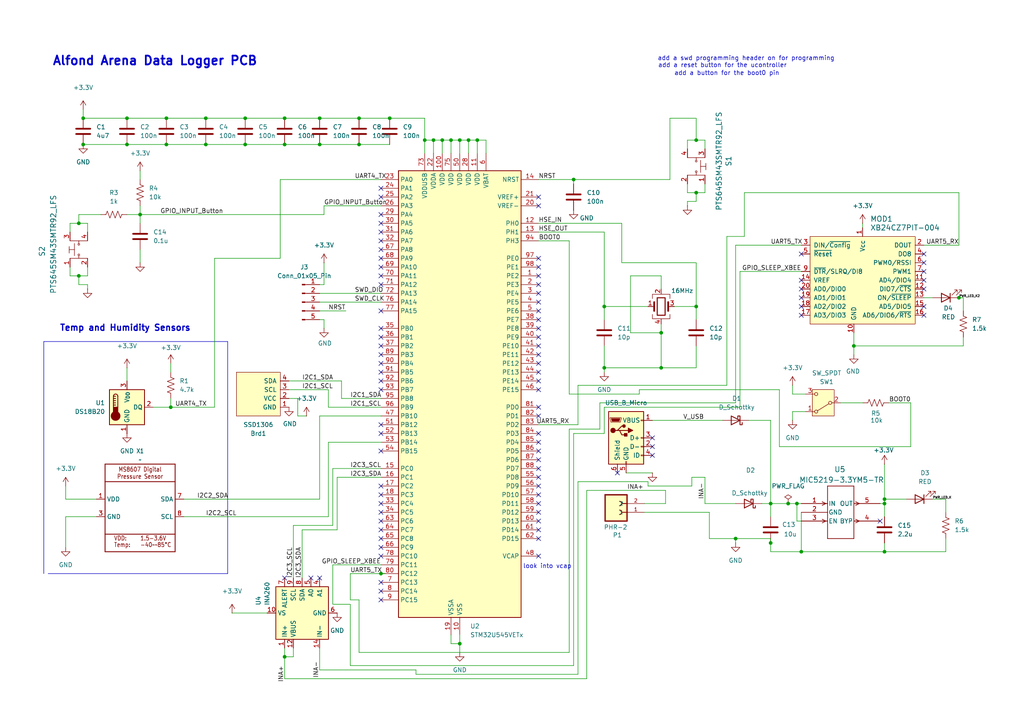
<source format=kicad_sch>
(kicad_sch (version 20231120) (generator "eeschema") (generator_version "8.0")
  (paper "A4")
  (title_block (title "Alfond Arena Data Logger PCB") (date "2024-10-06") (rev "0.1"))
  (lib_symbols
    (symbol "2024-11-27_18-10-07:MIC5219-3.3YM5-TR" (pin_names (offset 0.254))
      (property "Reference" "U5" (at 27.94 10.16 0))
      (property "Value" "MIC5219-3.3YM5-TR" (at 27.94 7.62 0))
      (symbol "MIC5219-3.3YM5-TR_0_1"
        (pin input line (at 0 0 0) (length 7.62) (name "IN") (number "1"))
        (pin power_in line (at 0 -2.54 0) (length 7.62) (name "GND") (number "2"))
        (pin input line (at 0 -5.08 0) (length 7.62) (name "EN") (number "3"))
        (pin output line (at 22.86 -5.08 180) (length 7.62) (name "BYP") (number "4"))
        (pin output line (at 22.86 0 180) (length 7.62) (name "OUT") (number "5"))
      )
    )
    (symbol "Adafruit MS8607-eagle-import:MS8607"
      (property "Reference" "X" (at -10.16 13.97 0))
      (symbol "MS8607_1_0"
        (text "-40~~85°C" (at 0 -11.43 0) (effects (font (size 1.27 1.0795)) (justify left bottom)))
        (text "1.5-3.6V" (at 0 -9.525 0) (effects (font (size 1.27 1.0795)) (justify left bottom)))
        (text "MS8607 Digital\nPressure Sensor" (at 0 10.16 0) (effects (font (size 1.27 1.0795))))
        (text "Temp:" (at -7.62 -11.43 0) (effects (font (size 1.27 1.0795)) (justify left bottom)))
        (text "VDD:" (at -7.62 -9.525 0) (effects (font (size 1.27 1.0795)) (justify left bottom)))
        (pin power_in line (at -12.7 2.54 0) (length 2.54) (name "VDD") (number "1"))
        (pin power_in line (at -12.7 -2.54 0) (length 2.54) (name "GND") (number "3"))
        (pin bidirectional line (at 12.7 2.54 180) (length 2.54) (name "SDA") (number "7"))
        (pin bidirectional line (at 12.7 -2.54 180) (length 2.54) (name "SCL") (number "8"))
      )
    )
    (symbol "Connector:Conn_01x05_Pin" (pin_names (offset 1.016) hide)
      (property "Reference" "J" (at 0 7.62 0))
      (property "Value" "Conn_01x05_Pin" (at 0 -7.62 0))
      (symbol "Conn_01x05_Pin_1_1"
        (pin passive line (at 5.08 5.08 180) (length 3.81) (name "Pin_1") (number "1"))
        (pin passive line (at 5.08 2.54 180) (length 3.81) (name "Pin_2") (number "2"))
        (pin passive line (at 5.08 0 180) (length 3.81) (name "Pin_3") (number "3"))
        (pin passive line (at 5.08 -2.54 180) (length 3.81) (name "Pin_4") (number "4"))
        (pin passive line (at 5.08 -5.08 180) (length 3.81) (name "Pin_5") (number "5"))
      )
    )
    (symbol "Connector:USB_B_Micro" (pin_names (offset 1.016))
      (property "Reference" "J" (at -5.08 11.43 0))
      (property "Value" "USB_B_Micro" (at -5.08 8.89 0))
      (symbol "USB_B_Micro_1_1"
        (pin power_out line (at 7.62 5.08 180) (length 2.54) (name "VBUS") (number "1"))
        (pin bidirectional line (at 7.62 -2.54 180) (length 2.54) (name "D-") (number "2"))
        (pin bidirectional line (at 7.62 0 180) (length 2.54) (name "D+") (number "3"))
        (pin passive line (at 7.62 -5.08 180) (length 2.54) (name "ID") (number "4"))
        (pin power_out line (at 0 -10.16 90) (length 2.54) (name "GND") (number "5"))
        (pin passive line (at -2.54 -10.16 90) (length 2.54) (name "Shield") (number "6"))
      )
    )
    (symbol "Device:C" (pin_numbers hide) (pin_names (offset 0.254))
      (property "Reference" "C" (at 0.635 2.54 0))
      (property "Value" "C" (at 0.635 -2.54 0))
      (symbol "C_1_1"
        (pin passive line (at 0 3.81 270) (length 2.794) (name "~") (number "1"))
        (pin passive line (at 0 -3.81 90) (length 2.794) (name "~") (number "2"))
      )
    )
    (symbol "Device:Crystal_GND24" (pin_names (offset 1.016) hide)
      (property "Reference" "Y" (at 3.175 5.08 0))
      (property "Value" "Crystal_GND24" (at 3.175 3.175 0))
      (symbol "Crystal_GND24_1_1"
        (pin passive line (at -3.81 0 0) (length 1.27) (name "1") (number "1"))
        (pin passive line (at 0 5.08 270) (length 1.27) (name "2") (number "2"))
        (pin passive line (at 3.81 0 180) (length 1.27) (name "3") (number "3"))
        (pin passive line (at 0 -5.08 90) (length 1.27) (name "4") (number "4"))
      )
    )
    (symbol "Device:D_Schottky" (pin_numbers hide) (pin_names (offset 1.016) hide)
      (property "Reference" "D" (at 0 2.54 0))
      (property "Value" "D_Schottky" (at 0 -2.54 0))
      (symbol "D_Schottky_1_1"
        (pin passive line (at -3.81 0 0) (length 2.54) (name "K") (number "1"))
        (pin passive line (at 3.81 0 180) (length 2.54) (name "A") (number "2"))
      )
    )
    (symbol "Device:LED" (pin_numbers hide) (pin_names (offset 1.016) hide)
      (property "Reference" "D" (at 0 2.54 0))
      (property "Value" "LED" (at 0 -2.54 0))
      (symbol "LED_1_1"
        (pin passive line (at -3.81 0 0) (length 2.54) (name "K") (number "1"))
        (pin passive line (at 3.81 0 180) (length 2.54) (name "A") (number "2"))
      )
    )
    (symbol "Device:R_US" (pin_numbers hide) (pin_names (offset 0))
      (property "Reference" "R" (at 2.54 0 90))
      (property "Value" "R_US" (at -2.54 0 90))
      (symbol "R_US_1_1"
        (pin passive line (at 0 3.81 270) (length 1.27) (name "~") (number "1"))
        (pin passive line (at 0 -3.81 90) (length 1.27) (name "~") (number "2"))
      )
    )
    (symbol "MCU_ST_STM32U5:STM32U545VETx"
      (property "Reference" "U" (at -17.78 67.31 0))
      (property "Value" "STM32U545VETx" (at 12.7 67.31 0))
      (symbol "STM32U545VETx_1_1"
        (pin bidirectional line (at -22.86 35.56 0) (length 5.08) (name "PE2") (number "1"))
        (pin power_in line (at 0 -68.58 90) (length 5.08) (name "VSS") (number "10"))
        (pin power_in line (at 5.08 71.12 270) (length 5.08) (name "VDD") (number "100"))
        (pin power_in line (at -5.08 71.12 270) (length 5.08) (name "VDD") (number "11"))
        (pin bidirectional line (at -22.86 50.8 0) (length 5.08) (name "PH0") (number "12"))
        (pin bidirectional line (at -22.86 48.26 0) (length 5.08) (name "PH1") (number "13"))
        (pin input line (at -22.86 63.5 0) (length 5.08) (name "NRST") (number "14"))
        (pin bidirectional line (at 22.86 -20.32 180) (length 5.08) (name "PC0") (number "15"))
        (pin bidirectional line (at 22.86 -22.86 180) (length 5.08) (name "PC1") (number "16"))
        (pin bidirectional line (at 22.86 -25.4 180) (length 5.08) (name "PC2") (number "17"))
        (pin bidirectional line (at 22.86 -27.94 180) (length 5.08) (name "PC3") (number "18"))
        (pin power_in line (at 2.54 -68.58 90) (length 5.08) (name "VSSA") (number "19"))
        (pin bidirectional line (at -22.86 33.02 0) (length 5.08) (name "PE3") (number "2"))
        (pin input line (at -22.86 55.88 0) (length 5.08) (name "VREF-") (number "20"))
        (pin input line (at -22.86 58.42 0) (length 5.08) (name "VREF+") (number "21"))
        (pin power_in line (at 7.62 71.12 270) (length 5.08) (name "VDDA") (number "22"))
        (pin bidirectional line (at 22.86 63.5 180) (length 5.08) (name "PA0") (number "23"))
        (pin bidirectional line (at 22.86 60.96 180) (length 5.08) (name "PA1") (number "24"))
        (pin bidirectional line (at 22.86 58.42 180) (length 5.08) (name "PA2") (number "25"))
        (pin bidirectional line (at 22.86 55.88 180) (length 5.08) (name "PA3") (number "26"))
        (pin passive line (at 0 -68.58 90) (length 5.08) hide (name "VSS") (number "27"))
        (pin power_in line (at -2.54 71.12 270) (length 5.08) (name "VDD") (number "28"))
        (pin bidirectional line (at 22.86 53.34 180) (length 5.08) (name "PA4") (number "29"))
        (pin bidirectional line (at -22.86 30.48 0) (length 5.08) (name "PE4") (number "3"))
        (pin bidirectional line (at 22.86 50.8 180) (length 5.08) (name "PA5") (number "30"))
        (pin bidirectional line (at 22.86 48.26 180) (length 5.08) (name "PA6") (number "31"))
        (pin bidirectional line (at 22.86 45.72 180) (length 5.08) (name "PA7") (number "32"))
        (pin bidirectional line (at 22.86 -30.48 180) (length 5.08) (name "PC4") (number "33"))
        (pin bidirectional line (at 22.86 -33.02 180) (length 5.08) (name "PC5") (number "34"))
        (pin bidirectional line (at 22.86 20.32 180) (length 5.08) (name "PB0") (number "35"))
        (pin bidirectional line (at 22.86 17.78 180) (length 5.08) (name "PB1") (number "36"))
        (pin bidirectional line (at 22.86 15.24 180) (length 5.08) (name "PB2") (number "37"))
        (pin bidirectional line (at -22.86 22.86 0) (length 5.08) (name "PE7") (number "38"))
        (pin bidirectional line (at -22.86 20.32 0) (length 5.08) (name "PE8") (number "39"))
        (pin bidirectional line (at -22.86 27.94 0) (length 5.08) (name "PE5") (number "4"))
        (pin bidirectional line (at -22.86 17.78 0) (length 5.08) (name "PE9") (number "40"))
        (pin bidirectional line (at -22.86 15.24 0) (length 5.08) (name "PE10") (number "41"))
        (pin bidirectional line (at -22.86 12.7 0) (length 5.08) (name "PE11") (number "42"))
        (pin bidirectional line (at -22.86 10.16 0) (length 5.08) (name "PE12") (number "43"))
        (pin bidirectional line (at -22.86 7.62 0) (length 5.08) (name "PE13") (number "44"))
        (pin bidirectional line (at -22.86 5.08 0) (length 5.08) (name "PE14") (number "45"))
        (pin bidirectional line (at -22.86 2.54 0) (length 5.08) (name "PE15") (number "46"))
        (pin bidirectional line (at 22.86 -5.08 180) (length 5.08) (name "PB10") (number "47"))
        (pin power_out line (at -22.86 -45.72 0) (length 5.08) (name "VCAP") (number "48"))
        (pin passive line (at 0 -68.58 90) (length 5.08) hide (name "VSS") (number "49"))
        (pin bidirectional line (at -22.86 25.4 0) (length 5.08) (name "PE6") (number "5"))
        (pin power_in line (at 0 71.12 270) (length 5.08) (name "VDD") (number "50"))
        (pin bidirectional line (at 22.86 -7.62 180) (length 5.08) (name "PB12") (number "51"))
        (pin bidirectional line (at 22.86 -10.16 180) (length 5.08) (name "PB13") (number "52"))
        (pin bidirectional line (at 22.86 -12.7 180) (length 5.08) (name "PB14") (number "53"))
        (pin bidirectional line (at 22.86 -15.24 180) (length 5.08) (name "PB15") (number "54"))
        (pin bidirectional line (at -22.86 -22.86 0) (length 5.08) (name "PD8") (number "55"))
        (pin bidirectional line (at -22.86 -25.4 0) (length 5.08) (name "PD9") (number "56"))
        (pin bidirectional line (at -22.86 -27.94 0) (length 5.08) (name "PD10") (number "57"))
        (pin bidirectional line (at -22.86 -30.48 0) (length 5.08) (name "PD11") (number "58"))
        (pin bidirectional line (at -22.86 -33.02 0) (length 5.08) (name "PD12") (number "59"))
        (pin power_in line (at -7.62 71.12 270) (length 5.08) (name "VBAT") (number "6"))
        (pin bidirectional line (at -22.86 -35.56 0) (length 5.08) (name "PD13") (number "60"))
        (pin bidirectional line (at -22.86 -38.1 0) (length 5.08) (name "PD14") (number "61"))
        (pin bidirectional line (at -22.86 -40.64 0) (length 5.08) (name "PD15") (number "62"))
        (pin bidirectional line (at 22.86 -35.56 180) (length 5.08) (name "PC6") (number "63"))
        (pin bidirectional line (at 22.86 -38.1 180) (length 5.08) (name "PC7") (number "64"))
        (pin bidirectional line (at 22.86 -40.64 180) (length 5.08) (name "PC8") (number "65"))
        (pin bidirectional line (at 22.86 -43.18 180) (length 5.08) (name "PC9") (number "66"))
        (pin bidirectional line (at 22.86 43.18 180) (length 5.08) (name "PA8") (number "67"))
        (pin bidirectional line (at 22.86 40.64 180) (length 5.08) (name "PA9") (number "68"))
        (pin bidirectional line (at 22.86 38.1 180) (length 5.08) (name "PA10") (number "69"))
        (pin bidirectional line (at 22.86 -53.34 180) (length 5.08) (name "PC13") (number "7"))
        (pin bidirectional line (at 22.86 35.56 180) (length 5.08) (name "PA11") (number "70"))
        (pin bidirectional line (at 22.86 33.02 180) (length 5.08) (name "PA12") (number "71"))
        (pin bidirectional line (at 22.86 30.48 180) (length 5.08) (name "PA13") (number "72"))
        (pin power_in line (at 10.16 71.12 270) (length 5.08) (name "VDDUSB") (number "73"))
        (pin passive line (at 0 -68.58 90) (length 5.08) hide (name "VSS") (number "74"))
        (pin power_in line (at 2.54 71.12 270) (length 5.08) (name "VDD") (number "75"))
        (pin bidirectional line (at 22.86 27.94 180) (length 5.08) (name "PA14") (number "76"))
        (pin bidirectional line (at 22.86 25.4 180) (length 5.08) (name "PA15") (number "77"))
        (pin bidirectional line (at 22.86 -45.72 180) (length 5.08) (name "PC10") (number "78"))
        (pin bidirectional line (at 22.86 -48.26 180) (length 5.08) (name "PC11") (number "79"))
        (pin bidirectional line (at 22.86 -55.88 180) (length 5.08) (name "PC14") (number "8"))
        (pin bidirectional line (at 22.86 -50.8 180) (length 5.08) (name "PC12") (number "80"))
        (pin bidirectional line (at -22.86 -2.54 0) (length 5.08) (name "PD0") (number "81"))
        (pin bidirectional line (at -22.86 -5.08 0) (length 5.08) (name "PD1") (number "82"))
        (pin bidirectional line (at -22.86 -7.62 0) (length 5.08) (name "PD2") (number "83"))
        (pin bidirectional line (at -22.86 -10.16 0) (length 5.08) (name "PD3") (number "84"))
        (pin bidirectional line (at -22.86 -12.7 0) (length 5.08) (name "PD4") (number "85"))
        (pin bidirectional line (at -22.86 -15.24 0) (length 5.08) (name "PD5") (number "86"))
        (pin bidirectional line (at -22.86 -17.78 0) (length 5.08) (name "PD6") (number "87"))
        (pin bidirectional line (at -22.86 -20.32 0) (length 5.08) (name "PD7") (number "88"))
        (pin bidirectional line (at 22.86 12.7 180) (length 5.08) (name "PB3") (number "89"))
        (pin bidirectional line (at 22.86 -58.42 180) (length 5.08) (name "PC15") (number "9"))
        (pin bidirectional line (at 22.86 10.16 180) (length 5.08) (name "PB4") (number "90"))
        (pin bidirectional line (at 22.86 7.62 180) (length 5.08) (name "PB5") (number "91"))
        (pin bidirectional line (at 22.86 5.08 180) (length 5.08) (name "PB6") (number "92"))
        (pin bidirectional line (at 22.86 2.54 180) (length 5.08) (name "PB7") (number "93"))
        (pin bidirectional line (at -22.86 45.72 0) (length 5.08) (name "PH3") (number "94"))
        (pin bidirectional line (at 22.86 0 180) (length 5.08) (name "PB8") (number "95"))
        (pin bidirectional line (at 22.86 -2.54 180) (length 5.08) (name "PB9") (number "96"))
        (pin bidirectional line (at -22.86 40.64 0) (length 5.08) (name "PE0") (number "97"))
        (pin bidirectional line (at -22.86 38.1 0) (length 5.08) (name "PE1") (number "98"))
        (pin passive line (at 0 -68.58 90) (length 5.08) hide (name "VSS") (number "99"))
      )
    )
    (symbol "PHR-2:PHR-2" (pin_names (offset 1.016))
      (property "Reference" "P" (at -4.068 4.4494 0))
      (property "Value" "PHR-2" (at -4.0694 -5.0867 0))
      (symbol "PHR-2_0_0"
        (pin passive line (at -9.144 1.27 0) (length 5.08) (name "1") (number "1"))
        (pin passive line (at -9.144 -1.27 0) (length 5.08) (name "2") (number "2"))
      )
    )
    (symbol "SSD1306-128x64_OLED:SSD1306" (pin_names (offset 1.016))
      (property "Reference" "Brd" (at 0 -3.81 0))
      (property "Value" "SSD1306" (at 0 -1.27 0))
      (symbol "SSD1306_1_1"
        (pin input line (at -3.81 8.89 270) (length 2.54) (name "GND") (number "1"))
        (pin input line (at -1.27 8.89 270) (length 2.54) (name "VCC") (number "2"))
        (pin input line (at 1.27 8.89 270) (length 2.54) (name "SCL") (number "3"))
        (pin input line (at 3.81 8.89 270) (length 2.54) (name "SDA") (number "4"))
      )
    )
    (symbol "Sensor:INA260"
      (property "Reference" "U" (at -6.35 8.89 0))
      (property "Value" "INA260" (at 2.54 8.89 0))
      (symbol "INA260_1_1"
        (pin passive line (at -10.16 5.08 0) (length 2.54) (name "IN+") (number "1"))
        (pin power_in line (at 0 10.16 270) (length 2.54) (name "VS") (number "10"))
        (pin passive line (at 0 -10.16 90) (length 2.54) hide (name "GND") (number "11"))
        (pin passive line (at -10.16 2.54 0) (length 2.54) (name "VBUS") (number "12"))
        (pin no_connect line (at 2.54 -7.62 90) (length 2.54) hide (name "NC") (number "13"))
        (pin passive line (at -10.16 -5.08 0) (length 2.54) (name "IN-") (number "14"))
        (pin passive line (at -10.16 -5.08 0) (length 2.54) hide (name "IN-") (number "15"))
        (pin passive line (at -10.16 -5.08 0) (length 2.54) hide (name "IN-") (number "16"))
        (pin passive line (at -10.16 5.08 0) (length 2.54) hide (name "IN+") (number "2"))
        (pin passive line (at -10.16 5.08 0) (length 2.54) hide (name "IN+") (number "3"))
        (pin input line (at 10.16 -5.08 180) (length 2.54) (name "A1") (number "4"))
        (pin input line (at 10.16 -2.54 180) (length 2.54) (name "A0") (number "5"))
        (pin power_in line (at 0 -10.16 90) (length 2.54) (name "GND") (number "6"))
        (pin open_collector line (at 10.16 5.08 180) (length 2.54) (name "ALERT") (number "7"))
        (pin bidirectional line (at 10.16 0 180) (length 2.54) (name "SDA") (number "8"))
        (pin input line (at 10.16 2.54 180) (length 2.54) (name "SCL") (number "9"))
      )
    )
    (symbol "Sensor_Temperature:DS18B20"
      (property "Reference" "U" (at -3.81 6.35 0))
      (property "Value" "DS18B20" (at 6.35 6.35 0))
      (symbol "DS18B20_1_1"
        (pin power_in line (at 0 -7.62 90) (length 2.54) (name "GND") (number "1"))
        (pin bidirectional line (at 7.62 0 180) (length 2.54) (name "DQ") (number "2"))
        (pin power_in line (at 0 7.62 270) (length 2.54) (name "V_{DD}") (number "3"))
      )
    )
    (symbol "Switch:SW_SPDT" (pin_names (offset 0) hide)
      (property "Reference" "SW" (at 0 5.08 0))
      (property "Value" "SW_SPDT" (at 0 -5.08 0))
      (symbol "SW_SPDT_1_1"
        (pin passive line (at 5.08 2.54 180) (length 2.54) (name "A") (number "1"))
        (pin passive line (at -5.08 0 0) (length 2.54) (name "B") (number "2"))
        (pin passive line (at 5.08 -2.54 180) (length 2.54) (name "C") (number "3"))
      )
    )
    (symbol "dk_RF-Transceiver-Modules:XB24CZ7PIT-004" (pin_names (offset 1.016))
      (property "Reference" "MOD" (at -17.9578 18.6944 0))
      (property "Value" "XB24CZ7PIT-004" (at -2.0828 -8.9408 0))
      (symbol "XB24CZ7PIT-004_1_1"
        (pin power_in line (at -2.54 20.32 270) (length 2.54) (name "Vcc") (number "1"))
        (pin power_in line (at -5.08 -10.16 90) (length 2.54) (name "GND") (number "10"))
        (pin bidirectional line (at 15.24 5.08 180) (length 2.54) (name "AD4/DIO4") (number "11"))
        (pin bidirectional line (at 15.24 2.54 180) (length 2.54) (name "DIO7/~{CTS}") (number "12"))
        (pin output line (at 15.24 0 180) (length 2.54) (name "ON/~{SLEEP}") (number "13"))
        (pin input line (at -20.32 5.08 0) (length 2.54) (name "VREF") (number "14"))
        (pin bidirectional line (at 15.24 -2.54 180) (length 2.54) (name "AD5/DIO5") (number "15"))
        (pin bidirectional line (at 15.24 -5.08 180) (length 2.54) (name "AD6/DIO6/~{RTS}") (number "16"))
        (pin bidirectional line (at -20.32 -5.08 0) (length 2.54) (name "AD3/DIO3") (number "17"))
        (pin bidirectional line (at -20.32 -2.54 0) (length 2.54) (name "AD2/DIO2") (number "18"))
        (pin bidirectional line (at -20.32 0 0) (length 2.54) (name "AD1/DIO1") (number "19"))
        (pin output line (at 15.24 15.24 180) (length 2.54) (name "DOUT") (number "2"))
        (pin bidirectional line (at -20.32 2.54 0) (length 2.54) (name "AD0/DIO0") (number "20"))
        (pin input line (at -20.32 15.24 0) (length 2.54) (name "DIN/~{Config}") (number "3"))
        (pin output line (at 15.24 12.7 180) (length 2.54) (name "DO8") (number "4"))
        (pin input line (at -20.32 12.7 0) (length 2.54) (name "~{Reset}") (number "5"))
        (pin output line (at 15.24 10.16 180) (length 2.54) (name "PWM0/RSSI") (number "6"))
        (pin output line (at 15.24 7.62 180) (length 2.54) (name "PWM1") (number "7"))
        (pin no_connect line (at -17.78 10.16 0) (length 2.54) hide (name "Reserved") (number "8"))
        (pin input line (at -20.32 7.62 0) (length 2.54) (name "~{DTR}/SLRQ/DI8") (number "9"))
      )
    )
    (symbol "dk_Tactile-Switches:PTS645SM43SMTR92_LFS" (pin_names (offset 1.016))
      (property "Reference" "S" (at 0 5.08 0))
      (property "Value" "PTS645SM43SMTR92_LFS" (at 0 -5.334 0))
      (symbol "PTS645SM43SMTR92_LFS_1_1"
        (pin passive line (at -5.08 2.54 0) (length 2.54) (name "~") (number "1"))
        (pin passive line (at -5.08 -2.54 0) (length 2.54) (name "~") (number "2"))
        (pin passive line (at 5.08 2.54 180) (length 2.54) (name "~") (number "3"))
        (pin passive line (at 5.08 -2.54 180) (length 2.54) (name "~") (number "4"))
      )
    )
    (symbol "power:+3.3V" (power) (pin_numbers hide) (pin_names (offset 0) hide)
      (property "Value" "+3.3V" (at 0 3.556 0))
      (symbol "+3.3V_1_1"
        (pin power_in line (at 0 0 90) (length 0) (name "~") (number "1"))
      )
    )
    (symbol "power:+3.3VA" (power) (pin_numbers hide) (pin_names (offset 0) hide)
      (property "Value" "+3.3VA" (at 0 3.556 0))
      (symbol "+3.3VA_1_1"
        (pin power_in line (at 0 0 90) (length 0) (name "~") (number "1"))
      )
    )
    (symbol "power:GND" (power) (pin_numbers hide) (pin_names (offset 0) hide)
      (property "Value" "GND" (at 0 -3.81 0))
      (symbol "GND_1_1"
        (pin power_in line (at 0 0 270) (length 0) (name "~") (number "1"))
      )
    )
    (symbol "power:PWR_FLAG" (power) (pin_numbers hide) (pin_names (offset 0) hide)
      (property "Value" "PWR_FLAG" (at 0 3.81 0))
      (symbol "PWR_FLAG_0_0"
        (pin power_out line (at 0 0 90) (length 0) (name "~") (number "1"))
      )
    )
  )
  (junction (at 232.41 160.02))
  (junction (at 125.73 40.64))
  (junction (at 133.35 40.64))
  (junction (at 71.12 41.91))
  (junction (at 133.35 186.69))
  (junction (at 256.54 146.05))
  (junction (at 256.54 160.02))
  (junction (at 228.6 146.05))
  (junction (at 104.14 41.91))
  (junction (at 166.37 52.07))
  (junction (at 278.13 86.36))
  (junction (at 231.14 146.05))
  (junction (at 256.54 144.78))
  (junction (at 201.93 40.64))
  (junction (at 135.89 40.64))
  (junction (at 71.12 34.29))
  (junction (at 82.55 41.91))
  (junction (at 175.26 88.9))
  (junction (at 201.93 88.9))
  (junction (at 24.13 41.91))
  (junction (at 48.26 34.29))
  (junction (at 223.52 157.48))
  (junction (at 49.53 118.11))
  (junction (at 82.55 34.29))
  (junction (at 92.71 41.91))
  (junction (at 247.65 100.33))
  (junction (at 40.64 62.23))
  (junction (at 175.26 106.68))
  (junction (at 191.77 106.68))
  (junction (at 213.36 156.21))
  (junction (at 201.93 55.88))
  (junction (at 82.55 190.5))
  (junction (at 223.52 146.05))
  (junction (at 59.69 34.29))
  (junction (at 138.43 40.64))
  (junction (at 22.86 64.77))
  (junction (at 92.71 34.29))
  (junction (at 59.69 41.91))
  (junction (at 36.83 34.29))
  (junction (at 113.03 34.29))
  (junction (at 36.83 41.91))
  (junction (at 48.26 41.91))
  (junction (at 22.86 80.01))
  (junction (at 191.77 96.52))
  (junction (at 128.27 40.64))
  (junction (at 130.81 40.64))
  (junction (at 24.13 34.29))
  (junction (at 104.14 34.29))
  (junction (at 110.49 166.37))
  (junction (at 123.19 40.64))
  (no_connect (at 189.23 127))
  (no_connect (at 156.21 138.43))
  (no_connect (at 156.21 120.65))
  (no_connect (at 110.49 125.73))
  (no_connect (at 156.21 135.89))
  (no_connect (at 179.07 137.16))
  (no_connect (at 156.21 102.87))
  (no_connect (at 110.49 158.75))
  (no_connect (at 110.49 173.99))
  (no_connect (at 156.21 59.69))
  (no_connect (at 267.97 88.9))
  (no_connect (at 110.49 130.81))
  (no_connect (at 156.21 128.27))
  (no_connect (at 110.49 69.85))
  (no_connect (at 189.23 129.54))
  (no_connect (at 267.97 78.74))
  (no_connect (at 156.21 107.95))
  (no_connect (at 156.21 100.33))
  (no_connect (at 267.97 91.44))
  (no_connect (at 110.49 107.95))
  (no_connect (at 90.17 167.64))
  (no_connect (at 156.21 82.55))
  (no_connect (at 232.41 91.44))
  (no_connect (at 110.49 148.59))
  (no_connect (at 110.49 153.67))
  (no_connect (at 110.49 80.01))
  (no_connect (at 255.27 151.13))
  (no_connect (at 156.21 161.29))
  (no_connect (at 110.49 57.15))
  (no_connect (at 267.97 83.82))
  (no_connect (at 156.21 92.71))
  (no_connect (at 156.21 97.79))
  (no_connect (at 156.21 140.97))
  (no_connect (at 110.49 95.25))
  (no_connect (at 232.41 73.66))
  (no_connect (at 267.97 76.2))
  (no_connect (at 156.21 74.93))
  (no_connect (at 110.49 171.45))
  (no_connect (at 110.49 90.17))
  (no_connect (at 156.21 87.63))
  (no_connect (at 156.21 118.11))
  (no_connect (at 189.23 132.08))
  (no_connect (at 156.21 146.05))
  (no_connect (at 110.49 123.19))
  (no_connect (at 110.49 110.49))
  (no_connect (at 156.21 133.35))
  (no_connect (at 110.49 77.47))
  (no_connect (at 232.41 81.28))
  (no_connect (at 110.49 161.29))
  (no_connect (at 232.41 88.9))
  (no_connect (at 110.49 62.23))
  (no_connect (at 156.21 148.59))
  (no_connect (at 156.21 151.13))
  (no_connect (at 156.21 85.09))
  (no_connect (at 110.49 143.51))
  (no_connect (at 156.21 113.03))
  (no_connect (at 110.49 72.39))
  (no_connect (at 156.21 125.73))
  (no_connect (at 156.21 153.67))
  (no_connect (at 110.49 105.41))
  (no_connect (at 156.21 143.51))
  (no_connect (at 110.49 168.91))
  (no_connect (at 156.21 156.21))
  (no_connect (at 110.49 102.87))
  (no_connect (at 156.21 110.49))
  (no_connect (at 110.49 151.13))
  (no_connect (at 110.49 82.55))
  (no_connect (at 110.49 97.79))
  (no_connect (at 156.21 95.25))
  (no_connect (at 156.21 130.81))
  (no_connect (at 156.21 57.15))
  (no_connect (at 110.49 64.77))
  (no_connect (at 110.49 74.93))
  (no_connect (at 110.49 146.05))
  (no_connect (at 232.41 83.82))
  (no_connect (at 110.49 113.03))
  (no_connect (at 267.97 73.66))
  (no_connect (at 156.21 77.47))
  (no_connect (at 156.21 90.17))
  (no_connect (at 110.49 54.61))
  (no_connect (at 110.49 100.33))
  (no_connect (at 82.55 167.64))
  (no_connect (at 110.49 156.21))
  (no_connect (at 156.21 105.41))
  (no_connect (at 110.49 67.31))
  (no_connect (at 92.71 167.64))
  (no_connect (at 110.49 140.97))
  (no_connect (at 232.41 86.36))
  (no_connect (at 267.97 81.28))
  (no_connect (at 156.21 80.01))
  (wire (pts (xy 170.18 142.24) (xy 193.04 142.24)))
  (wire (pts (xy 220.98 146.05) (xy 223.52 146.05)))
  (wire (pts (xy 140.97 40.64) (xy 140.97 44.45)))
  (wire (pts (xy 156.21 69.85) (xy 165.1 69.85)))
  (wire (pts (xy 156.21 123.19) (xy 167.64 123.19)))
  (wire (pts (xy 279.4 97.79) (xy 279.4 100.33)))
  (wire (pts (xy 201.93 88.9) (xy 201.93 92.71)))
  (wire (pts (xy 215.9 68.58) (xy 210.82 68.58)))
  (wire (pts (xy 86.36 120.65) (xy 88.9 120.65)))
  (wire (pts (xy 204.47 138.43) (xy 204.47 146.05)))
  (wire (pts (xy 228.6 146.05) (xy 231.14 146.05)))
  (wire (pts (xy 187.96 140.97) (xy 200.66 140.97)))
  (wire (pts (xy 85.09 187.96) (xy 85.09 190.5)))
  (wire (pts (xy 125.73 40.64) (xy 125.73 44.45)))
  (wire (pts (xy 213.36 156.21) (xy 213.36 157.48)))
  (wire (pts (xy 120.65 194.31) (xy 120.65 195.58)))
  (wire (pts (xy 175.26 67.31) (xy 156.21 67.31)))
  (wire (pts (xy 175.26 107.95) (xy 175.26 106.68)))
  (wire (pts (xy 201.93 55.88) (xy 201.93 58.42)))
  (wire (pts (xy 156.21 64.77) (xy 180.34 64.77)))
  (wire (pts (xy 195.58 88.9) (xy 201.93 88.9)))
  (wire (pts (xy 133.35 186.69) (xy 130.81 186.69)))
  (wire (pts (xy 44.45 118.11) (xy 49.53 118.11)))
  (wire (pts (xy 204.47 43.18) (xy 204.47 40.64)))
  (wire (pts (xy 170.18 142.24) (xy 170.18 196.85)))
  (wire (pts (xy 22.86 64.77) (xy 22.86 62.23)))
  (wire (pts (xy 87.63 153.67) (xy 87.63 167.64)))
  (wire (pts (xy 217.17 121.92) (xy 223.52 121.92)))
  (wire (pts (xy 173.99 124.46) (xy 173.99 116.84)))
  (wire (pts (xy 22.86 80.01) (xy 22.86 82.55)))
  (wire (pts (xy 96.52 152.4) (xy 96.52 135.89)))
  (wire (pts (xy 22.86 82.55) (xy 25.4 82.55)))
  (wire (pts (xy 274.32 160.02) (xy 256.54 160.02)))
  (wire (pts (xy 128.27 40.64) (xy 128.27 44.45)))
  (wire (pts (xy 223.52 156.21) (xy 223.52 157.48)))
  (polyline (pts (xy 12.7 99.06) (xy 12.7 166.37)))
  (wire (pts (xy 204.47 53.34) (xy 204.47 55.88)))
  (wire (pts (xy 49.53 118.11) (xy 62.23 118.11)))
  (wire (pts (xy 92.71 34.29) (xy 104.14 34.29)))
  (wire (pts (xy 92.71 92.71) (xy 93.98 92.71)))
  (wire (pts (xy 36.83 41.91) (xy 48.26 41.91)))
  (wire (pts (xy 270.51 144.78) (xy 274.32 144.78)))
  (wire (pts (xy 182.88 80.01) (xy 182.88 96.52)))
  (wire (pts (xy 167.64 139.7) (xy 187.96 139.7)))
  (polyline (pts (xy 13.97 166.37) (xy 66.04 166.37)))
  (wire (pts (xy 186.944 146.05) (xy 193.04 146.05)))
  (wire (pts (xy 83.82 113.03) (xy 95.25 113.03)))
  (wire (pts (xy 92.71 194.31) (xy 120.65 194.31)))
  (wire (pts (xy 199.39 58.42) (xy 199.39 59.69)))
  (wire (pts (xy 166.37 193.04) (xy 166.37 125.73)))
  (wire (pts (xy 256.54 144.78) (xy 256.54 146.05)))
  (wire (pts (xy 156.21 52.07) (xy 166.37 52.07)))
  (wire (pts (xy 123.19 34.29) (xy 123.19 40.64)))
  (wire (pts (xy 256.54 146.05) (xy 256.54 149.86)))
  (wire (pts (xy 232.41 160.02) (xy 256.54 160.02)))
  (wire (pts (xy 36.83 62.23) (xy 40.64 62.23)))
  (wire (pts (xy 165.1 114.3) (xy 165.1 69.85)))
  (wire (pts (xy 97.79 153.67) (xy 97.79 138.43)))
  (wire (pts (xy 133.35 40.64) (xy 133.35 44.45)))
  (wire (pts (xy 175.26 88.9) (xy 187.96 88.9)))
  (wire (pts (xy 223.52 146.05) (xy 223.52 149.86)))
  (wire (pts (xy 95.25 118.11) (xy 110.49 118.11)))
  (wire (pts (xy 278.13 86.36) (xy 279.4 86.36)))
  (wire (pts (xy 214.63 78.74) (xy 214.63 118.11)))
  (wire (pts (xy 82.55 190.5) (xy 82.55 187.96)))
  (wire (pts (xy 256.54 134.62) (xy 256.54 144.78)))
  (wire (pts (xy 36.83 34.29) (xy 48.26 34.29)))
  (polyline (pts (xy 66.04 166.37) (xy 66.04 99.06)))
  (wire (pts (xy 201.93 34.29) (xy 201.93 40.64)))
  (wire (pts (xy 96.52 163.83) (xy 110.49 163.83)))
  (wire (pts (xy 92.71 144.78) (xy 92.71 120.65)))
  (wire (pts (xy 130.81 184.15) (xy 130.81 186.69)))
  (wire (pts (xy 92.71 82.55) (xy 93.98 82.55)))
  (wire (pts (xy 186.944 148.59) (xy 205.74 148.59)))
  (wire (pts (xy 173.99 116.84) (xy 213.36 116.84)))
  (wire (pts (xy 133.35 184.15) (xy 133.35 186.69)))
  (wire (pts (xy 62.23 74.93) (xy 81.28 74.93)))
  (wire (pts (xy 204.47 40.64) (xy 201.93 40.64)))
  (wire (pts (xy 191.77 96.52) (xy 191.77 106.68)))
  (wire (pts (xy 85.09 152.4) (xy 85.09 167.64)))
  (wire (pts (xy 25.4 80.01) (xy 22.86 80.01)))
  (wire (pts (xy 210.82 111.76) (xy 167.64 111.76)))
  (wire (pts (xy 165.1 189.23) (xy 165.1 124.46)))
  (wire (pts (xy 40.64 59.69) (xy 40.64 62.23)))
  (wire (pts (xy 279.4 100.33) (xy 247.65 100.33)))
  (wire (pts (xy 96.52 175.26) (xy 101.6 175.26)))
  (wire (pts (xy 270.51 86.36) (xy 267.97 86.36)))
  (wire (pts (xy 205.74 148.59) (xy 205.74 156.21)))
  (wire (pts (xy 130.81 40.64) (xy 128.27 40.64)))
  (wire (pts (xy 167.64 195.58) (xy 167.64 139.7)))
  (wire (pts (xy 243.84 116.84) (xy 250.19 116.84)))
  (wire (pts (xy 210.82 68.58) (xy 210.82 111.76)))
  (wire (pts (xy 71.12 41.91) (xy 82.55 41.91)))
  (wire (pts (xy 59.69 34.29) (xy 71.12 34.29)))
  (wire (pts (xy 22.86 62.23) (xy 29.21 62.23)))
  (wire (pts (xy 135.89 40.64) (xy 135.89 44.45)))
  (wire (pts (xy 82.55 41.91) (xy 92.71 41.91)))
  (wire (pts (xy 19.05 149.86) (xy 27.94 149.86)))
  (wire (pts (xy 92.71 41.91) (xy 104.14 41.91)))
  (wire (pts (xy 130.81 40.64) (xy 130.81 44.45)))
  (wire (pts (xy 182.88 96.52) (xy 191.77 96.52)))
  (wire (pts (xy 40.64 62.23) (xy 93.98 62.23)))
  (wire (pts (xy 48.26 41.91) (xy 59.69 41.91)))
  (wire (pts (xy 274.32 156.21) (xy 274.32 160.02)))
  (wire (pts (xy 67.31 177.8) (xy 77.47 177.8)))
  (wire (pts (xy 205.74 156.21) (xy 213.36 156.21)))
  (wire (pts (xy 19.05 144.78) (xy 27.94 144.78)))
  (wire (pts (xy 229.87 114.3) (xy 229.87 111.76)))
  (wire (pts (xy 104.14 173.99) (xy 104.14 189.23)))
  (wire (pts (xy 215.9 55.88) (xy 215.9 68.58)))
  (wire (pts (xy 20.32 67.31) (xy 20.32 64.77)))
  (wire (pts (xy 204.47 146.05) (xy 213.36 146.05)))
  (wire (pts (xy 214.63 78.74) (xy 232.41 78.74)))
  (wire (pts (xy 199.39 53.34) (xy 199.39 55.88)))
  (wire (pts (xy 175.26 125.73) (xy 175.26 118.11)))
  (wire (pts (xy 274.32 144.78) (xy 274.32 148.59)))
  (wire (pts (xy 101.6 166.37) (xy 101.6 173.99)))
  (wire (pts (xy 25.4 67.31) (xy 25.4 64.77)))
  (wire (pts (xy 213.36 116.84) (xy 213.36 71.12)))
  (wire (pts (xy 166.37 125.73) (xy 175.26 125.73)))
  (wire (pts (xy 175.26 67.31) (xy 175.26 88.9)))
  (wire (pts (xy 49.53 105.41) (xy 49.53 107.95)))
  (wire (pts (xy 48.26 34.29) (xy 59.69 34.29)))
  (wire (pts (xy 256.54 144.78) (xy 262.89 144.78)))
  (wire (pts (xy 92.71 194.31) (xy 92.71 187.96)))
  (polyline (pts (xy 12.7 99.06) (xy 66.04 99.06)))
  (wire (pts (xy 229.87 119.38) (xy 229.87 121.92)))
  (wire (pts (xy 92.71 85.09) (xy 110.49 85.09)))
  (wire (pts (xy 255.27 146.05) (xy 256.54 146.05)))
  (wire (pts (xy 96.52 163.83) (xy 96.52 175.26)))
  (wire (pts (xy 95.25 128.27) (xy 110.49 128.27)))
  (wire (pts (xy 166.37 52.07) (xy 194.31 52.07)))
  (wire (pts (xy 201.93 55.88) (xy 204.47 55.88)))
  (wire (pts (xy 194.31 52.07) (xy 194.31 34.29)))
  (wire (pts (xy 233.68 119.38) (xy 229.87 119.38)))
  (wire (pts (xy 175.26 88.9) (xy 175.26 92.71)))
  (wire (pts (xy 82.55 190.5) (xy 82.55 196.85)))
  (wire (pts (xy 53.34 149.86) (xy 95.25 149.86)))
  (wire (pts (xy 113.03 34.29) (xy 123.19 34.29)))
  (wire (pts (xy 278.13 86.36) (xy 275.59 86.36)))
  (wire (pts (xy 226.06 129.54) (xy 226.06 113.03)))
  (wire (pts (xy 138.43 40.64) (xy 135.89 40.64)))
  (wire (pts (xy 191.77 106.68) (xy 175.26 106.68)))
  (wire (pts (xy 24.13 41.91) (xy 36.83 41.91)))
  (wire (pts (xy 181.61 137.16) (xy 189.23 137.16)))
  (wire (pts (xy 278.13 71.12) (xy 278.13 55.88)))
  (wire (pts (xy 86.36 115.57) (xy 83.82 115.57)))
  (wire (pts (xy 201.93 100.33) (xy 201.93 106.68)))
  (wire (pts (xy 201.93 76.2) (xy 201.93 88.9)))
  (wire (pts (xy 231.14 146.05) (xy 231.14 151.13)))
  (wire (pts (xy 59.69 41.91) (xy 71.12 41.91)))
  (wire (pts (xy 194.31 34.29) (xy 201.93 34.29)))
  (wire (pts (xy 92.71 90.17) (xy 100.33 90.17)))
  (wire (pts (xy 193.04 142.24) (xy 193.04 146.05)))
  (wire (pts (xy 83.82 110.49) (xy 99.06 110.49)))
  (wire (pts (xy 82.55 34.29) (xy 92.71 34.29)))
  (wire (pts (xy 189.23 121.92) (xy 209.55 121.92)))
  (wire (pts (xy 123.19 40.64) (xy 123.19 44.45)))
  (wire (pts (xy 22.86 80.01) (xy 20.32 80.01)))
  (wire (pts (xy 250.19 64.77) (xy 250.19 66.04)))
  (wire (pts (xy 231.14 146.05) (xy 232.41 146.05)))
  (wire (pts (xy 104.14 41.91) (xy 113.03 41.91)))
  (wire (pts (xy 99.06 110.49) (xy 99.06 115.57)))
  (wire (pts (xy 133.35 40.64) (xy 130.81 40.64)))
  (wire (pts (xy 93.98 62.23) (xy 93.98 59.69)))
  (wire (pts (xy 264.16 129.54) (xy 226.06 129.54)))
  (wire (pts (xy 200.66 140.97) (xy 200.66 138.43)))
  (wire (pts (xy 165.1 124.46) (xy 173.99 124.46)))
  (wire (pts (xy 87.63 153.67) (xy 97.79 153.67)))
  (wire (pts (xy 101.6 166.37) (xy 110.49 166.37)))
  (wire (pts (xy 223.52 121.92) (xy 223.52 146.05)))
  (wire (pts (xy 101.6 173.99) (xy 104.14 173.99)))
  (wire (pts (xy 185.42 113.03) (xy 185.42 114.3)))
  (wire (pts (xy 175.26 118.11) (xy 214.63 118.11)))
  (wire (pts (xy 185.42 114.3) (xy 165.1 114.3)))
  (wire (pts (xy 125.73 40.64) (xy 123.19 40.64)))
  (wire (pts (xy 226.06 113.03) (xy 185.42 113.03)))
  (wire (pts (xy 95.25 128.27) (xy 95.25 149.86)))
  (wire (pts (xy 138.43 40.64) (xy 138.43 44.45)))
  (wire (pts (xy 53.34 144.78) (xy 92.71 144.78)))
  (wire (pts (xy 19.05 149.86) (xy 19.05 158.75)))
  (wire (pts (xy 120.65 195.58) (xy 167.64 195.58)))
  (wire (pts (xy 82.55 196.85) (xy 170.18 196.85)))
  (wire (pts (xy 93.98 59.69) (xy 110.49 59.69)))
  (wire (pts (xy 36.83 106.68) (xy 36.83 110.49)))
  (wire (pts (xy 232.41 148.59) (xy 232.41 160.02)))
  (wire (pts (xy 201.93 58.42) (xy 199.39 58.42)))
  (wire (pts (xy 167.64 111.76) (xy 167.64 123.19)))
  (wire (pts (xy 223.52 146.05) (xy 228.6 146.05)))
  (wire (pts (xy 93.98 76.2) (xy 93.98 82.55)))
  (wire (pts (xy 223.52 160.02) (xy 232.41 160.02)))
  (wire (pts (xy 40.64 49.53) (xy 40.64 52.07)))
  (wire (pts (xy 40.64 72.39) (xy 40.64 76.2)))
  (wire (pts (xy 81.28 52.07) (xy 110.49 52.07)))
  (wire (pts (xy 62.23 118.11) (xy 62.23 74.93)))
  (wire (pts (xy 135.89 40.64) (xy 133.35 40.64)))
  (wire (pts (xy 180.34 76.2) (xy 201.93 76.2)))
  (wire (pts (xy 92.71 120.65) (xy 110.49 120.65)))
  (wire (pts (xy 96.52 135.89) (xy 110.49 135.89)))
  (wire (pts (xy 93.98 92.71) (xy 93.98 95.25)))
  (wire (pts (xy 111.76 166.37) (xy 110.49 166.37)))
  (wire (pts (xy 24.13 34.29) (xy 36.83 34.29)))
  (wire (pts (xy 97.79 138.43) (xy 110.49 138.43)))
  (wire (pts (xy 85.09 152.4) (xy 96.52 152.4)))
  (wire (pts (xy 19.05 140.97) (xy 19.05 144.78)))
  (wire (pts (xy 49.53 115.57) (xy 49.53 118.11)))
  (wire (pts (xy 25.4 77.47) (xy 25.4 80.01)))
  (wire (pts (xy 86.36 120.65) (xy 86.36 115.57)))
  (wire (pts (xy 92.71 87.63) (xy 110.49 87.63)))
  (wire (pts (xy 191.77 96.52) (xy 191.77 93.98)))
  (wire (pts (xy 199.39 43.18) (xy 199.39 40.64)))
  (wire (pts (xy 81.28 74.93) (xy 81.28 52.07)))
  (wire (pts (xy 200.66 138.43) (xy 204.47 138.43)))
  (wire (pts (xy 264.16 116.84) (xy 264.16 129.54)))
  (wire (pts (xy 201.93 40.64) (xy 199.39 40.64)))
  (wire (pts (xy 279.4 86.36) (xy 279.4 90.17)))
  (wire (pts (xy 191.77 80.01) (xy 191.77 83.82)))
  (wire (pts (xy 191.77 106.68) (xy 201.93 106.68)))
  (wire (pts (xy 24.13 31.75) (xy 24.13 34.29)))
  (wire (pts (xy 20.32 77.47) (xy 20.32 80.01)))
  (wire (pts (xy 85.09 190.5) (xy 82.55 190.5)))
  (wire (pts (xy 180.34 64.77) (xy 180.34 76.2)))
  (wire (pts (xy 166.37 53.34) (xy 166.37 52.07)))
  (wire (pts (xy 175.26 100.33) (xy 175.26 106.68)))
  (wire (pts (xy 257.81 116.84) (xy 264.16 116.84)))
  (wire (pts (xy 22.86 64.77) (xy 25.4 64.77)))
  (wire (pts (xy 71.12 34.29) (xy 82.55 34.29)))
  (wire (pts (xy 256.54 157.48) (xy 256.54 160.02)))
  (wire (pts (xy 187.96 139.7) (xy 187.96 140.97)))
  (wire (pts (xy 231.14 151.13) (xy 232.41 151.13)))
  (wire (pts (xy 104.14 34.29) (xy 113.03 34.29)))
  (wire (pts (xy 213.36 156.21) (xy 223.52 156.21)))
  (wire (pts (xy 199.39 55.88) (xy 201.93 55.88)))
  (wire (pts (xy 191.77 80.01) (xy 182.88 80.01)))
  (wire (pts (xy 133.35 186.69) (xy 133.35 189.23)))
  (wire (pts (xy 267.97 71.12) (xy 278.13 71.12)))
  (wire (pts (xy 101.6 175.26) (xy 101.6 193.04)))
  (wire (pts (xy 213.36 71.12) (xy 232.41 71.12)))
  (wire (pts (xy 247.65 100.33) (xy 247.65 96.52)))
  (wire (pts (xy 25.4 82.55) (xy 25.4 83.82)))
  (wire (pts (xy 247.65 102.87) (xy 247.65 100.33)))
  (wire (pts (xy 278.13 55.88) (xy 215.9 55.88)))
  (wire (pts (xy 233.68 114.3) (xy 229.87 114.3)))
  (wire (pts (xy 20.32 64.77) (xy 22.86 64.77)))
  (wire (pts (xy 128.27 40.64) (xy 125.73 40.64)))
  (wire (pts (xy 99.06 115.57) (xy 110.49 115.57)))
  (wire (pts (xy 40.64 62.23) (xy 40.64 64.77)))
  (wire (pts (xy 223.52 157.48) (xy 223.52 160.02)))
  (wire (pts (xy 101.6 193.04) (xy 166.37 193.04)))
  (wire (pts (xy 95.25 113.03) (xy 95.25 118.11)))
  (wire (pts (xy 140.97 40.64) (xy 138.43 40.64)))
  (wire (pts (xy 104.14 189.23) (xy 165.1 189.23)))
  (text "look into vcap\n" (at 158.75 164.338 0) (effects (font (size 1.27 1.27))))
  (text "add a swd programming header on for programming\n" (at 216.408 17.018 0) (effects (font (size 1.27 1.27))))
  (text "add a reset button for the ucontroller\n" (at 209.55 19.05 0) (effects (font (size 1.27 1.27))))
  (text "add a button for the boot0 pin\n" (at 210.82 21.336 0) (effects (font (size 1.27 1.27))))
  (text "Alfond Arena Data Logger PCB\n" (at 44.958 17.78 0) (effects (font (size 2.54 2.54) (thickness 0.508) (bold yes))))
  (text "Temp and Humidity Sensors" (at 36.322 95.25 0) (effects (font (size 1.778 1.778) (thickness 0.3556) (bold yes))))
  (label "INA-" (at 204.47 144.78 90))
  (label "I2C1_SDA" (at 101.6 115.57 0))
  (label "I2C1_SCL" (at 87.63 113.03 0))
  (label "I2C3_SDA" (at 87.63 167.64 90))
  (label "SWD_DIO" (at 102.87 85.09 0))
  (label "I2C1_SCL" (at 101.6 118.11 0))
  (label "I2C2_SDA" (at 57.15 144.78 0))
  (label "GPIO_SLEEP_XBEE" (at 232.41 78.74 180))
  (label "UART5_TX" (at 101.6 166.37 0))
  (label "INA+" (at 82.55 193.04 270))
  (label "NRST" (at 95.25 90.17 0))
  (label "I2C2_SCL" (at 59.69 149.86 0))
  (label "SWD_CLK" (at 102.87 87.63 0))
  (label "HSE_IN" (at 156.21 64.77 0))
  (label "UART5_RX" (at 278.13 71.12 180))
  (label "BOOT0" (at 264.16 116.84 180))
  (label "UART4_TX" (at 102.87 52.07 0))
  (label "GPIO_INPUT_Button" (at 93.98 59.69 0))
  (label "NRST" (at 156.21 52.07 0))
  (label "I2C1_SDA" (at 87.63 110.49 0))
  (label "BOOT0" (at 162.56 69.85 180))
  (label "V_USB" (at 198.12 121.92 0))
  (label "HSE_OUT" (at 156.21 67.31 0))
  (label "PWR_LED_K2" (at 278.13 86.36 0) (effects (font (size 0.635 0.635))))
  (label "UART5_RX" (at 165.1 123.19 180))
  (label "UART5_TX" (at 223.52 71.12 0))
  (label "I2C3_SDA" (at 101.6 138.43 0))
  (label "GPIO_SLEEP_XBEE" (at 110.49 163.83 180))
  (label "I2C3_SCL" (at 85.09 167.64 90))
  (label "GPIO_INPUT_Button" (at 64.77 62.23 180))
  (label "I2C3_SCL" (at 101.6 135.89 0))
  (label "PWR_LED_K" (at 270.51 144.78 0) (effects (font (size 0.635 0.635))))
  (label "INA+" (at 186.69 142.24 180))
  (label "INA-" (at 92.71 191.77 270))
  (label "UART4_TX" (at 50.8 118.11 0))
  (symbol (lib_id "power:GND") (at 83.82 118.11 0) (unit 1)
    (property "Reference" "#PWR09" (effects (hide yes)))
    (property "Value" "GND" (at 84.074 122.936 0))
    (property "Description" "Power symbol creates a global label with name \"GND\" , ground" (effects (hide yes)))
  )
  (symbol (lib_id "power:+3.3V") (at 24.13 31.75 0) (unit 1)
    (property "Reference" "#PWR03" (effects (hide yes)))
    (property "Value" "+3.3V" (at 24.13 25.4 0))
    (property "Description" "Power symbol creates a global label with name \"+3.3V\"" (effects (hide yes)))
  )
  (symbol (lib_id "Device:D_Schottky") (at 213.36 121.92 180) (unit 1)
    (property "Reference" "D1" (at 213.6775 115.57 0))
    (property "Value" "D_Schottky" (at 213.6775 118.11 0))
    (property "Footprint" "Diode_SMD:D_SOD-123" (effects (hide yes)))
    (property "Description" "Schottky diode" (effects (hide yes)))
  )
  (symbol (lib_id "Device:C") (at 201.93 96.52 0) (unit 1)
    (property "Reference" "C12" (at 205.74 95.2499 0) (effects (justify left)))
    (property "Value" "10p" (at 205.74 97.7899 0) (effects (justify left)))
    (property "Footprint" "Capacitor_SMD:C_0402_1005Metric_Pad0.74x0.62mm_HandSolder" (effects (hide yes)))
    (property "Description" "Unpolarized capacitor" (effects (hide yes)))
  )
  (symbol (lib_id "Device:R_US") (at 279.4 93.98 0) (unit 1)
    (property "Reference" "R7" (at 281.94 92.7099 0) (effects (justify left)))
    (property "Value" "1.5k" (at 281.94 95.2499 0) (effects (justify left)))
    (property "Footprint" "Resistor_SMD:R_0402_1005Metric_Pad0.72x0.64mm_HandSolder" (effects (hide yes)))
    (property "Description" "Resistor, US symbol" (effects (hide yes)))
  )
  (symbol (lib_id "Device:Crystal_GND24") (at 191.77 88.9 0) (unit 1)
    (property "Reference" "Y1" (effects (hide yes)))
    (property "Value" "16MHz" (at 197.866 84.328 0))
    (property "Footprint" "Crystal:Crystal_SMD_3225-4Pin_3.2x2.5mm" (effects (hide yes)))
    (property "Description" "Four pin crystal, GND on pins 2 and 4" (effects (hide yes)))
  )
  (symbol (lib_id "power:GND") (at 189.23 137.16 0) (unit 1)
    (property "Reference" "#PWR020" (effects (hide yes)))
    (property "Value" "GND" (effects (hide yes)))
    (property "Description" "Power symbol creates a global label with name \"GND\" , ground" (effects (hide yes)))
  )
  (symbol (lib_id "Device:C") (at 82.55 38.1 0) (unit 1)
    (property "Reference" "C6" (at 86.36 36.8299 0) (effects (justify left)))
    (property "Value" "100n" (at 86.36 39.3699 0) (effects (justify left)))
    (property "Footprint" "Capacitor_SMD:C_0402_1005Metric_Pad0.74x0.62mm_HandSolder" (effects (hide yes)))
    (property "Description" "Unpolarized capacitor" (effects (hide yes)))
  )
  (symbol (lib_id "Device:C") (at 166.37 57.15 0) (unit 1)
    (property "Reference" "C10" (at 170.18 55.8799 0) (effects (justify left)))
    (property "Value" "100n" (at 170.18 58.4199 0) (effects (justify left)))
    (property "Footprint" "Capacitor_SMD:C_0402_1005Metric_Pad0.74x0.62mm_HandSolder" (effects (hide yes)))
    (property "Description" "Unpolarized capacitor" (effects (hide yes)))
  )
  (symbol (lib_id "power:GND") (at 199.39 59.69 0) (mirror y) (unit 1)
    (property "Reference" "#PWR021" (effects (hide yes)))
    (property "Value" "GND" (effects (hide yes)))
    (property "Description" "Power symbol creates a global label with name \"GND\" , ground" (effects (hide yes)))
  )
  (symbol (lib_id "power:PWR_FLAG") (at 228.6 146.05 0) (unit 1)
    (property "Reference" "#FLG01" (effects (hide yes)))
    (property "Value" "PWR_FLAG" (at 228.6 140.97 0))
    (property "Description" "Special symbol for telling ERC where power comes from" (effects (hide yes)))
  )
  (symbol (lib_id "dk_RF-Transceiver-Modules:XB24CZ7PIT-004") (at 252.73 86.36 0) (unit 1)
    (property "Reference" "MOD1" (at 252.3841 63.5 0) (effects (font (size 1.524 1.524)) (justify left)))
    (property "Value" "XB24CZ7PIT-004" (at 252.3841 66.04 0) (effects (font (size 1.524 1.524)) (justify left)))
    (property "Footprint" "digikey-footprints:XBEE-20_THT" (effects (hide yes)))
    (property "Datasheet" "https://www.digi.com/resources/documentation/digidocs/pdfs/90001500.pdf" (effects (hide yes)))
    (property "Description" "RF TXRX MOD 802.15.4 TRACE ANT" (effects (hide yes)))
    (property "Digi-Key_PN" "602-1557-ND" (effects (hide yes)))
    (property "MPN" "XB24CZ7PIT-004" (effects (hide yes)))
    (property "Category" "RF/IF and RFID" (effects (hide yes)))
    (property "Family" "RF Transceiver Modules" (effects (hide yes)))
    (property "DK_Datasheet_Link" "https://www.digi.com/resources/documentation/digidocs/pdfs/90001500.pdf" (effects (hide yes)))
    (property "DK_Detail_Page" "/product-detail/en/digi-international/XB24CZ7PIT-004/602-1557-ND/5322371" (effects (hide yes)))
    (property "Description_1" "RF TXRX MOD 802.15.4 TRACE ANT" (effects (hide yes)))
    (property "Manufacturer" "Digi International" (effects (hide yes)))
    (property "Status" "Active" (effects (hide yes)))
  )
  (symbol (lib_id "power:GND") (at 97.79 177.8 0) (unit 1)
    (property "Reference" "#PWR01" (effects (hide yes)))
    (property "Value" "GND" (at 97.79 182.88 0))
    (property "Description" "Power symbol creates a global label with name \"GND\" , ground" (effects (hide yes)))
  )
  (symbol (lib_id "Device:C") (at 59.69 38.1 0) (unit 1)
    (property "Reference" "C4" (at 63.5 36.8299 0) (effects (justify left)))
    (property "Value" "100n" (at 63.5 39.3699 0) (effects (justify left)))
    (property "Footprint" "Capacitor_SMD:C_0402_1005Metric_Pad0.74x0.62mm_HandSolder" (effects (hide yes)))
    (property "Description" "Unpolarized capacitor" (effects (hide yes)))
  )
  (symbol (lib_id "Device:R_US") (at 40.64 55.88 0) (unit 1)
    (property "Reference" "R4" (at 43.18 54.6099 0) (effects (justify left)))
    (property "Value" "10k" (at 43.18 57.1499 0) (effects (justify left)))
    (property "Footprint" "Resistor_SMD:R_0402_1005Metric_Pad0.72x0.64mm_HandSolder" (effects (hide yes)))
    (property "Description" "Resistor, US symbol" (effects (hide yes)))
  )
  (symbol (lib_id "power:GND") (at 247.65 102.87 0) (unit 1)
    (property "Reference" "#PWR029" (effects (hide yes)))
    (property "Value" "GND" (at 247.396 107.696 0))
    (property "Description" "Power symbol creates a global label with name \"GND\" , ground" (effects (hide yes)))
  )
  (symbol (lib_id "SSD1306-128x64_OLED:SSD1306") (at 74.93 114.3 270) (mirror x) (unit 1)
    (property "Reference" "Brd1" (at 74.93 125.73 90))
    (property "Value" "SSD1306" (at 74.93 123.19 90))
    (property "Footprint" "SSD1306:128x64OLED" (effects (hide yes)))
    (property "Description" "SSD1306 OLED" (effects (hide yes)))
  )
  (symbol (lib_id "Device:R_US") (at 49.53 111.76 0) (unit 1)
    (property "Reference" "R1" (at 52.07 110.4899 0) (effects (justify left)))
    (property "Value" "4.7k" (at 52.07 113.0299 0) (effects (justify left)))
    (property "Footprint" "Resistor_SMD:R_0402_1005Metric_Pad0.72x0.64mm_HandSolder" (effects (hide yes)))
    (property "Description" "Resistor, US symbol" (effects (hide yes)))
  )
  (symbol (lib_id "Device:C") (at 36.83 38.1 0) (unit 1)
    (property "Reference" "C2" (at 40.64 36.8299 0) (effects (justify left)))
    (property "Value" "100n" (at 40.64 39.3699 0) (effects (justify left)))
    (property "Footprint" "Capacitor_SMD:C_0402_1005Metric_Pad0.74x0.62mm_HandSolder" (effects (hide yes)))
    (property "Description" "Unpolarized capacitor" (effects (hide yes)))
  )
  (symbol (lib_id "Device:C") (at 113.03 38.1 0) (unit 1)
    (property "Reference" "C9" (at 116.84 36.8299 0) (effects (justify left)))
    (property "Value" "100n" (at 116.84 39.3699 0) (effects (justify left)))
    (property "Footprint" "Capacitor_SMD:C_0402_1005Metric_Pad0.74x0.62mm_HandSolder" (effects (hide yes)))
    (property "Description" "Unpolarized capacitor" (effects (hide yes)))
  )
  (symbol (lib_id "power:+3.3VA") (at 40.64 49.53 0) (unit 1)
    (property "Reference" "#PWR027" (effects (hide yes)))
    (property "Value" "+3.3V" (at 40.64 44.45 0))
    (property "Description" "Power symbol creates a global label with name \"+3.3VA\"" (effects (hide yes)))
  )
  (symbol (lib_id "2024-11-27_18-10-07:MIC5219-3.3YM5-TR") (at 232.41 146.05 0) (unit 1)
    (property "Reference" "U5" (at 243.586 136.144 0) (effects (font (size 1.524 1.524))))
    (property "Value" "MIC5219-3.3YM5-TR" (at 244.094 139.192 0) (effects (font (size 1.524 1.524))))
    (property "Footprint" "SOT-23-5_M5_MCH" (effects (hide yes)))
    (property "Datasheet" "MIC5219-3.3YM5-TR" (effects (hide yes)))
  )
  (symbol (lib_id "PHR-2:PHR-2") (at 177.8 147.32 180) (unit 1)
    (property "Reference" "P1" (at 179.07 155.194 0))
    (property "Value" "PHR-2" (at 178.562 152.908 0))
    (property "Footprint" "PHR-2:JST_PHR-2" (effects (hide yes)))
    (property "MF" "JST Sales" (effects (hide yes)))
    (property "Description_1" "\n                        \n                            2 Rectangular Connectors - Housings Receptacle Natural 0.079 (2.00mm)\n                        \n" (effects (hide yes)))
    (property "Package" "Custom Package JST Sales" (effects (hide yes)))
    (property "Price" "None" (effects (hide yes)))
    (property "Check_prices" "https://www.snapeda.com/parts/PHR-2/JST+Sales+America+Inc./view-part/?ref=eda" (effects (hide yes)))
    (property "SnapEDA_Link" "https://www.snapeda.com/parts/PHR-2/JST+Sales+America+Inc./view-part/?ref=snap" (effects (hide yes)))
    (property "MP" "PHR-2" (effects (hide yes)))
    (property "Availability" "In Stock" (effects (hide yes)))
    (property "MANUFACTURER" "JST" (effects (hide yes)))
  )
  (symbol (lib_id "power:GND") (at 175.26 107.95 0) (unit 1)
    (property "Reference" "#PWR019" (effects (hide yes)))
    (property "Value" "GND" (at 175.26 113.03 0))
    (property "Description" "Power symbol creates a global label with name \"GND\" , ground" (effects (hide yes)))
  )
  (symbol (lib_id "MCU_ST_STM32U5:STM32U545VETx") (at 133.35 115.57 0) (mirror y) (unit 1)
    (property "Reference" "U2" (at 136.3665 181.61 0) (effects (justify right)))
    (property "Value" "STM32U545VETx" (at 136.3665 184.15 0) (effects (justify right)))
    (property "Footprint" "Package_QFP:LQFP-100_14x14mm_P0.5mm" (effects (hide yes)))
    (property "Datasheet" "https://www.st.com/resource/en/datasheet/stm32u545ve.pdf" (effects (hide yes)))
    (property "Description" "STMicroelectronics Arm Cortex-M33 MCU, 512KB flash, 274KB RAM, 82 GPIO, LQFP100" (effects (hide yes)))
  )
  (symbol (lib_id "power:+3.3VA") (at 19.05 140.97 0) (unit 1)
    (property "Reference" "#PWR05" (effects (hide yes)))
    (property "Value" "+3.3V" (at 19.05 135.89 0))
    (property "Description" "Power symbol creates a global label with name \"+3.3VA\"" (effects (hide yes)))
  )
  (symbol (lib_id "Sensor:INA260") (at 87.63 177.8 90) (unit 1)
    (property "Reference" "U4" (at 74.93 175.6059 0) (effects (justify left)))
    (property "Value" "INA260" (at 77.47 175.6059 0) (effects (justify left)))
    (property "Footprint" "Package_SO:TSSOP-16_4.4x5mm_P0.65mm" (effects (hide yes)))
    (property "Datasheet" "http://www.ti.com/lit/ds/symlink/ina260.pdf" (effects (hide yes)))
    (property "Description" "Current/power/voltage monitor with Integrated 2mΩ Shunt Resistor, 2.7V - 5.5V, I2C, TSSOP-16" (effects (hide yes)))
  )
  (symbol (lib_id "Device:C") (at 92.71 38.1 0) (unit 1)
    (property "Reference" "C7" (at 96.52 36.8299 0) (effects (justify left)))
    (property "Value" "100n" (at 96.52 39.3699 0) (effects (justify left)))
    (property "Footprint" "Capacitor_SMD:C_0402_1005Metric_Pad0.74x0.62mm_HandSolder" (effects (hide yes)))
    (property "Description" "Unpolarized capacitor" (effects (hide yes)))
  )
  (symbol (lib_id "Device:C") (at 71.12 38.1 0) (unit 1)
    (property "Reference" "C5" (at 74.93 36.8299 0) (effects (justify left)))
    (property "Value" "100n" (at 74.93 39.3699 0) (effects (justify left)))
    (property "Footprint" "Capacitor_SMD:C_0402_1005Metric_Pad0.74x0.62mm_HandSolder" (effects (hide yes)))
    (property "Description" "Unpolarized capacitor" (effects (hide yes)))
  )
  (symbol (lib_id "power:GND") (at 25.4 83.82 0) (unit 1)
    (property "Reference" "#PWR026" (effects (hide yes)))
    (property "Value" "GND" (effects (hide yes)))
    (property "Description" "Power symbol creates a global label with name \"GND\" , ground" (effects (hide yes)))
  )
  (symbol (lib_id "power:+3.3V") (at 67.31 177.8 0) (unit 1)
    (property "Reference" "#PWR014" (effects (hide yes)))
    (property "Value" "+3.3V" (at 67.31 171.45 0))
    (property "Description" "Power symbol creates a global label with name \"+3.3V\"" (effects (hide yes)))
  )
  (symbol (lib_id "power:GND") (at 36.83 125.73 0) (unit 1)
    (property "Reference" "#PWR08" (effects (hide yes)))
    (property "Value" "GND" (at 36.83 130.81 0))
    (property "Description" "Power symbol creates a global label with name \"GND\" , ground" (effects (hide yes)))
  )
  (symbol (lib_id "power:GND") (at 93.98 95.25 0) (unit 1)
    (property "Reference" "#PWR016" (effects (hide yes)))
    (property "Value" "GND" (at 94.234 99.568 0))
    (property "Description" "Power symbol creates a global label with name \"GND\" , ground" (effects (hide yes)))
  )
  (symbol (lib_id "Adafruit MS8607-eagle-import:MS8607") (at 40.64 147.32 0) (unit 1)
    (property "Reference" "X1" (at 40.64 130.81 0) (effects (font (size 1.27 1.0795))))
    (property "Value" "~" (at 40.64 133.35 0) (effects (font (size 1.27 1.0795))))
    (property "Footprint" "Adafruit MS8607:MS8607" (effects (hide yes)))
  )
  (symbol (lib_id "Device:C") (at 48.26 38.1 0) (unit 1)
    (property "Reference" "C3" (at 52.07 36.8299 0) (effects (justify left)))
    (property "Value" "100n" (at 52.07 39.3699 0) (effects (justify left)))
    (property "Footprint" "Capacitor_SMD:C_0402_1005Metric_Pad0.74x0.62mm_HandSolder" (effects (hide yes)))
    (property "Description" "Unpolarized capacitor" (effects (hide yes)))
  )
  (symbol (lib_id "power:+3.3V") (at 36.83 106.68 0) (unit 1)
    (property "Reference" "#PWR07" (effects (hide yes)))
    (property "Value" "+3.3V" (at 36.83 100.33 0))
    (property "Description" "Power symbol creates a global label with name \"+3.3V\"" (effects (hide yes)))
  )
  (symbol (lib_id "power:GND") (at 19.05 158.75 0) (unit 1)
    (property "Reference" "#PWR06" (effects (hide yes)))
    (property "Value" "GND" (at 19.05 163.83 0))
    (property "Description" "Power symbol creates a global label with name \"GND\" , ground" (effects (hide yes)))
  )
  (symbol (lib_id "Device:C") (at 223.52 153.67 0) (unit 1)
    (property "Reference" "C13" (at 226.822 152.146 0) (effects (justify left)))
    (property "Value" "10u" (at 227.33 154.9399 0) (effects (justify left)))
    (property "Footprint" "Capacitor_SMD:C_0805_2012Metric_Pad1.18x1.45mm_HandSolder" (effects (hide yes)))
    (property "Description" "Unpolarized capacitor" (effects (hide yes)))
  )
  (symbol (lib_id "power:GND") (at 213.36 157.48 0) (unit 1)
    (property "Reference" "#PWR023" (effects (hide yes)))
    (property "Value" "GND" (at 213.36 162.56 0))
    (property "Description" "Power symbol creates a global label with name \"GND\" , ground" (effects (hide yes)))
  )
  (symbol (lib_id "Device:LED") (at 274.32 86.36 180) (unit 1)
    (property "Reference" "D4" (at 275.0185 89.408 0))
    (property "Value" "RED" (at 275.082 91.948 0))
    (property "Footprint" "LED_SMD:LED_0805_2012Metric" (effects (hide yes)))
    (property "Description" "Light emitting diode" (effects (hide yes)))
  )
  (symbol (lib_id "power:+3.3VA") (at 88.9 120.65 0) (unit 1)
    (property "Reference" "#PWR011" (effects (hide yes)))
    (property "Value" "+3.3V" (at 88.9 115.57 0))
    (property "Description" "Power symbol creates a global label with name \"+3.3VA\"" (effects (hide yes)))
  )
  (symbol (lib_id "power:GND") (at 166.37 60.96 0) (unit 1)
    (property "Reference" "#PWR018" (effects (hide yes)))
    (property "Value" "GND" (at 170.18 63.246 0))
    (property "Description" "Power symbol creates a global label with name \"GND\" , ground" (effects (hide yes)))
  )
  (symbol (lib_id "Connector:Conn_01x05_Pin") (at 87.63 87.63 0) (unit 1)
    (property "Reference" "J3" (at 88.265 77.47 0))
    (property "Value" "Conn_01x05_Pin" (at 88.265 80.01 0))
    (property "Footprint" "Connector_PinHeader_2.54mm:PinHeader_1x05_P2.54mm_Vertical" (effects (hide yes)))
    (property "Description" "Generic connector, single row, 01x05, script generated" (effects (hide yes)))
  )
  (symbol (lib_id "Device:R_US") (at 33.02 62.23 90) (unit 1)
    (property "Reference" "R3" (at 33.02 55.88 90))
    (property "Value" "1k" (at 33.02 58.42 90))
    (property "Footprint" "Resistor_SMD:R_0402_1005Metric_Pad0.72x0.64mm_HandSolder" (effects (hide yes)))
    (property "Description" "Resistor, US symbol" (effects (hide yes)))
  )
  (symbol (lib_id "power:+3.3VA") (at 229.87 111.76 0) (unit 1)
    (property "Reference" "#PWR024" (effects (hide yes)))
    (property "Value" "+3.3V" (at 229.87 106.68 0))
    (property "Description" "Power symbol creates a global label with name \"+3.3VA\"" (effects (hide yes)))
  )
  (symbol (lib_id "Device:C") (at 175.26 96.52 0) (unit 1)
    (property "Reference" "C11" (at 179.07 95.2499 0) (effects (justify left)))
    (property "Value" "10p" (at 179.07 97.7899 0) (effects (justify left)))
    (property "Footprint" "Capacitor_SMD:C_0402_1005Metric_Pad0.74x0.62mm_HandSolder" (effects (hide yes)))
    (property "Description" "Unpolarized capacitor" (effects (hide yes)))
  )
  (symbol (lib_id "power:+3.3VA") (at 250.19 64.77 0) (unit 1)
    (property "Reference" "#PWR030" (effects (hide yes)))
    (property "Value" "+3.3V" (at 250.19 59.69 0))
    (property "Description" "Power symbol creates a global label with name \"+3.3VA\"" (effects (hide yes)))
  )
  (symbol (lib_id "power:GND") (at 229.87 121.92 0) (unit 1)
    (property "Reference" "#PWR025" (effects (hide yes)))
    (property "Value" "GND" (at 229.87 127 0))
    (property "Description" "Power symbol creates a global label with name \"GND\" , ground" (effects (hide yes)))
  )
  (symbol (lib_id "power:GND") (at 40.64 76.2 0) (unit 1)
    (property "Reference" "#PWR028" (effects (hide yes)))
    (property "Value" "GND" (effects (hide yes)))
    (property "Description" "Power symbol creates a global label with name \"GND\" , ground" (effects (hide yes)))
  )
  (symbol (lib_id "Device:C") (at 24.13 38.1 0) (unit 1)
    (property "Reference" "C1" (at 27.94 36.8299 0) (effects (justify left)))
    (property "Value" "4u7" (at 27.94 39.3699 0) (effects (justify left)))
    (property "Footprint" "Capacitor_SMD:C_0603_1608Metric" (effects (hide yes)))
    (property "Description" "Unpolarized capacitor" (effects (hide yes)))
  )
  (symbol (lib_id "Device:R_US") (at 274.32 152.4 0) (unit 1)
    (property "Reference" "R6" (at 276.86 151.1299 0) (effects (justify left)))
    (property "Value" "1.5k" (at 276.86 153.6699 0) (effects (justify left)))
    (property "Footprint" "Resistor_SMD:R_0402_1005Metric_Pad0.72x0.64mm_HandSolder" (effects (hide yes)))
    (property "Description" "Resistor, US symbol" (effects (hide yes)))
  )
  (symbol (lib_id "Device:C") (at 40.64 68.58 0) (unit 1)
    (property "Reference" "C14" (at 44.45 67.3099 0) (effects (justify left)))
    (property "Value" "0.1u" (at 44.45 69.8499 0) (effects (justify left)))
    (property "Footprint" "Capacitor_SMD:C_01005_0402Metric_Pad0.57x0.30mm_HandSolder" (effects (hide yes)))
    (property "Description" "Unpolarized capacitor" (effects (hide yes)))
  )
  (symbol (lib_id "power:+3.3VA") (at 256.54 134.62 0) (unit 1)
    (property "Reference" "#PWR031" (effects (hide yes)))
    (property "Value" "+3.3V" (at 256.286 130.556 0))
    (property "Description" "Power symbol creates a global label with name \"+3.3VA\"" (effects (hide yes)))
  )
  (symbol (lib_id "Switch:SW_SPDT") (at 238.76 116.84 180) (unit 1)
    (property "Reference" "SW1" (at 239.776 110.744 0))
    (property "Value" "SW_SPDT" (at 239.776 108.204 0))
    (property "Footprint" "Button_Switch_SMD:SW_SPDT_PCM12" (effects (hide yes)))
    (property "Description" "Switch, single pole double throw" (effects (hide yes)))
  )
  (symbol (lib_id "Connector:USB_B_Micro") (at 181.61 127 0) (unit 1)
    (property "Reference" "J5" (effects (hide yes)))
    (property "Value" "USB_B_Micro" (at 181.61 116.84 0))
    (property "Footprint" "Connector_USB:USB_Micro-B_Wuerth_629105150521" (effects (hide yes)))
    (property "Description" "USB Micro Type B connector" (effects (hide yes)))
  )
  (symbol (lib_id "Device:C") (at 104.14 38.1 0) (unit 1)
    (property "Reference" "C8" (at 107.95 36.8299 0) (effects (justify left)))
    (property "Value" "100n" (at 107.95 39.3699 0) (effects (justify left)))
    (property "Footprint" "Capacitor_SMD:C_0402_1005Metric_Pad0.74x0.62mm_HandSolder" (effects (hide yes)))
    (property "Description" "Unpolarized capacitor" (effects (hide yes)))
  )
  (symbol (lib_id "dk_Tactile-Switches:PTS645SM43SMTR92_LFS") (at 201.93 48.26 270) (mirror x) (unit 1)
    (property "Reference" "S1" (at 211.328 46.736 0) (effects (font (size 1.524 1.524))))
    (property "Value" "PTS645SM43SMTR92_LFS" (at 208.534 46.736 0) (effects (font (size 1.524 1.524))))
    (property "Footprint" "digikey-footprints:Switch_Tactile_THT_B3F-1xxx" (effects (hide yes)))
    (property "Datasheet" "https://www.ckswitches.com/media/1471/pts645.pdf" (effects (hide yes)))
    (property "Description" "SWITCH TACTILE SPST-NO 0.05A 12V" (effects (hide yes)))
    (property "Digi-Key_PN" "CKN9112CT-ND" (effects (hide yes)))
    (property "MPN" "PTS645SM43SMTR92 LFS" (effects (hide yes)))
    (property "Category" "Switches" (effects (hide yes)))
    (property "Family" "Tactile Switches" (effects (hide yes)))
    (property "DK_Datasheet_Link" "https://www.ckswitches.com/media/1471/pts645.pdf" (effects (hide yes)))
    (property "DK_Detail_Page" "/product-detail/en/c-k/PTS645SM43SMTR92-LFS/CKN9112CT-ND/1146934" (effects (hide yes)))
    (property "Description_1" "SWITCH TACTILE SPST-NO 0.05A 12V" (effects (hide yes)))
    (property "Manufacturer" "C&K" (effects (hide yes)))
    (property "Status" "Active" (effects (hide yes)))
  )
  (symbol (lib_id "Device:D_Schottky") (at 217.17 146.05 180) (unit 1)
    (property "Reference" "D2" (at 217.678 136.398 0))
    (property "Value" "D_Schottky" (at 217.424 143.002 0))
    (property "Footprint" "Diode_SMD:D_SOD-123" (effects (hide yes)))
    (property "Description" "Schottky diode" (effects (hide yes)))
  )
  (symbol (lib_id "dk_Tactile-Switches:PTS645SM43SMTR92_LFS") (at 22.86 72.39 90) (unit 1)
    (property "Reference" "S2" (at 12.192 72.898 0) (effects (font (size 1.524 1.524))))
    (property "Value" "PTS645SM43SMTR92_LFS" (at 15.494 70.866 0) (effects (font (size 1.524 1.524))))
    (property "Footprint" "digikey-footprints:Switch_Tactile_THT_B3F-1xxx" (effects (hide yes)))
    (property "Datasheet" "https://www.ckswitches.com/media/1471/pts645.pdf" (effects (hide yes)))
    (property "Description" "SWITCH TACTILE SPST-NO 0.05A 12V" (effects (hide yes)))
    (property "Digi-Key_PN" "CKN9112CT-ND" (effects (hide yes)))
    (property "MPN" "PTS645SM43SMTR92 LFS" (effects (hide yes)))
    (property "Category" "Switches" (effects (hide yes)))
    (property "Family" "Tactile Switches" (effects (hide yes)))
    (property "DK_Datasheet_Link" "https://www.ckswitches.com/media/1471/pts645.pdf" (effects (hide yes)))
    (property "DK_Detail_Page" "/product-detail/en/c-k/PTS645SM43SMTR92-LFS/CKN9112CT-ND/1146934" (effects (hide yes)))
    (property "Description_1" "SWITCH TACTILE SPST-NO 0.05A 12V" (effects (hide yes)))
    (property "Manufacturer" "C&K" (effects (hide yes)))
    (property "Status" "Active" (effects (hide yes)))
  )
  (symbol (lib_id "power:+3.3V") (at 49.53 105.41 0) (unit 1)
    (property "Reference" "#PWR010" (effects (hide yes)))
    (property "Value" "+3.3V" (at 49.53 100.838 0))
    (property "Description" "Power symbol creates a global label with name \"+3.3V\"" (effects (hide yes)))
  )
  (symbol (lib_id "power:GND") (at 24.13 41.91 0) (unit 1)
    (property "Reference" "#PWR04" (effects (hide yes)))
    (property "Value" "GND" (at 24.13 46.99 0))
    (property "Description" "Power symbol creates a global label with name \"GND\" , ground" (effects (hide yes)))
  )
  (symbol (lib_id "power:GND") (at 133.35 189.23 0) (mirror y) (unit 1)
    (property "Reference" "#PWR017" (effects (hide yes)))
    (property "Value" "GND" (at 133.35 194.31 0))
    (property "Description" "Power symbol creates a global label with name \"GND\" , ground" (effects (hide yes)))
  )
  (symbol (lib_id "Device:C") (at 256.54 153.67 0) (unit 1)
    (property "Reference" "C15" (at 260.35 152.3999 0) (effects (justify left)))
    (property "Value" "2.2u" (at 260.35 154.9399 0) (effects (justify left)))
    (property "Footprint" "Capacitor_SMD:C_0805_2012Metric_Pad1.18x1.45mm_HandSolder" (effects (hide yes)))
    (property "Description" "Unpolarized capacitor" (effects (hide yes)))
  )
  (symbol (lib_id "power:+3.3VA") (at 93.98 76.2 0) (unit 1)
    (property "Reference" "#PWR015" (effects (hide yes)))
    (property "Value" "+3.3V" (at 93.98 71.12 0))
    (property "Description" "Power symbol creates a global label with name \"+3.3VA\"" (effects (hide yes)))
  )
  (symbol (lib_id "Device:LED") (at 266.7 144.78 180) (unit 1)
    (property "Reference" "D3" (at 268.2875 137.16 0))
    (property "Value" "RED" (at 268.2875 139.7 0))
    (property "Footprint" "LED_SMD:LED_0603_1608Metric" (effects (hide yes)))
    (property "Description" "Light emitting diode" (effects (hide yes)))
  )
  (symbol (lib_id "Sensor_Temperature:DS18B20") (at 36.83 118.11 0) (unit 1)
    (property "Reference" "U1" (at 30.48 116.8399 0) (effects (justify right)))
    (property "Value" "DS18B20" (at 30.48 119.3799 0) (effects (justify right)))
    (property "Footprint" "Package_TO_SOT_THT:TO-92_Inline" (effects (hide yes)))
    (property "Datasheet" "http://datasheets.maximintegrated.com/en/ds/DS18B20.pdf" (effects (hide yes)))
    (property "Description" "Programmable Resolution 1-Wire Digital Thermometer TO-92" (effects (hide yes)))
  )
  (symbol (lib_id "Device:R_US") (at 254 116.84 90) (unit 1)
    (property "Reference" "R5" (at 254 119.888 90))
    (property "Value" "10k" (at 254.254 121.92 90))
    (property "Footprint" "Resistor_SMD:R_0402_1005Metric_Pad0.72x0.64mm_HandSolder" (effects (hide yes)))
    (property "Description" "Resistor, US symbol" (effects (hide yes)))
  )
)
</source>
